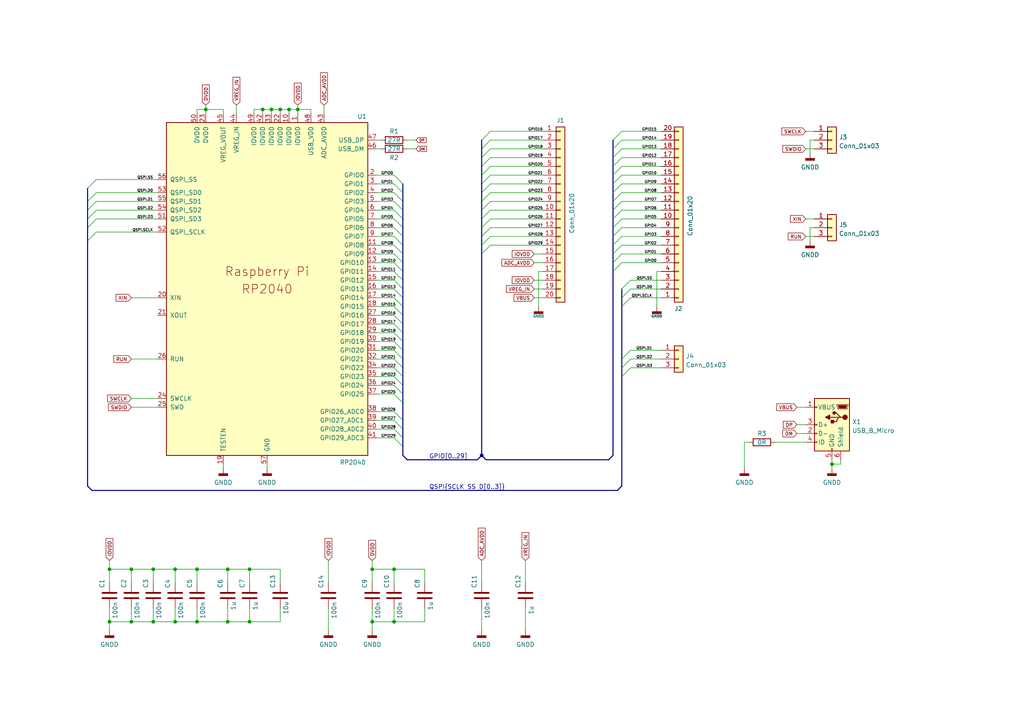
<source format=kicad_sch>
(kicad_sch (version 20230121) (generator eeschema)
  (paper "A4")
  (lib_symbols
    (symbol "Connector:USB_B_Micro" (pin_names (offset 1.016))
      (property "Reference" "J" (at -5.08 11.43 0))
      (property "Value" "USB_B_Micro" (at -5.08 8.89 0))
      (symbol "USB_B_Micro_0_1"
        (rectangle (start -5.08 -7.62) (end 5.08 7.62) (stroke (width 0.254)) (fill (type background)))
        (circle (center -3.81 2.159) (radius 0.635) (stroke (width 0.254)) (fill (type outline)))
        (circle (center -0.635 3.429) (radius 0.381) (stroke (width 0.254)) (fill (type outline)))
        (rectangle (start -0.127 -7.62) (end 0.127 -6.858))
        (polyline (pts (xy -1.905 2.159) (xy 0.635 2.159)) (stroke (width 0.254)))
        (polyline (pts (xy -3.175 2.159) (xy -2.54 2.159) (xy -1.27 3.429) (xy -0.635 3.429)) (stroke (width 0.254)))
        (polyline (pts (xy -2.54 2.159) (xy -1.905 2.159) (xy -1.27 0.889) (xy 0 0.889)) (stroke (width 0.254)))
        (polyline (pts (xy 0.635 2.794) (xy 0.635 1.524) (xy 1.905 2.159) (xy 0.635 2.794)) (stroke (width 0.254)) (fill (type outline)))
        (polyline (pts (xy -4.318 5.588) (xy -1.778 5.588) (xy -2.032 4.826) (xy -4.064 4.826) (xy -4.318 5.588)) (fill (type outline)))
        (polyline (pts (xy -4.699 5.842) (xy -4.699 5.588) (xy -4.445 4.826) (xy -4.445 4.572) (xy -1.651 4.572) (xy -1.651 4.826) (xy -1.397 5.588) (xy -1.397 5.842) (xy -4.699 5.842)))
        (rectangle (start 0.254 1.27) (end -0.508 0.508) (stroke (width 0.254)) (fill (type outline)))
        (rectangle (start 5.08 -5.207) (end 4.318 -4.953))
        (rectangle (start 5.08 -2.667) (end 4.318 -2.413))
        (rectangle (start 5.08 -0.127) (end 4.318 0.127))
        (rectangle (start 5.08 4.953) (end 4.318 5.207))
      )
      (symbol "USB_B_Micro_1_1"
        (pin power_out line (at 7.62 5.08 180) (length 2.54) (name "VBUS") (number "1"))
        (pin bidirectional line (at 7.62 -2.54 180) (length 2.54) (name "D-") (number "2"))
        (pin bidirectional line (at 7.62 0 180) (length 2.54) (name "D+") (number "3"))
        (pin passive line (at 7.62 -5.08 180) (length 2.54) (name "ID") (number "4"))
        (pin power_out line (at 0 -10.16 90) (length 2.54) (name "GND") (number "5"))
        (pin passive line (at -2.54 -10.16 90) (length 2.54) (name "Shield") (number "6"))
      )
    )
    (symbol "Connector_Generic:Conn_01x03" (pin_names (offset 1.016) hide)
      (property "Reference" "J" (at 0 5.08 0))
      (property "Value" "Conn_01x03" (at 0 -5.08 0))
      (symbol "Conn_01x03_1_1"
        (rectangle (start -1.27 -2.413) (end 0 -2.667) (stroke (width 0.1524)))
        (rectangle (start -1.27 0.127) (end 0 -0.127) (stroke (width 0.1524)))
        (rectangle (start -1.27 2.667) (end 0 2.413) (stroke (width 0.1524)))
        (rectangle (start -1.27 3.81) (end 1.27 -3.81) (stroke (width 0.254)) (fill (type background)))
        (pin passive line (at -5.08 2.54 0) (length 3.81) (name "Pin_1") (number "1"))
        (pin passive line (at -5.08 0 0) (length 3.81) (name "Pin_2") (number "2"))
        (pin passive line (at -5.08 -2.54 0) (length 3.81) (name "Pin_3") (number "3"))
      )
    )
    (symbol "Connector_Generic:Conn_01x20" (pin_names (offset 1.016) hide)
      (property "Reference" "J" (at 0 25.4 0))
      (property "Value" "Conn_01x20" (at 0 -27.94 0))
      (symbol "Conn_01x20_1_1"
        (rectangle (start -1.27 -25.273) (end 0 -25.527) (stroke (width 0.1524)))
        (rectangle (start -1.27 -22.733) (end 0 -22.987) (stroke (width 0.1524)))
        (rectangle (start -1.27 -20.193) (end 0 -20.447) (stroke (width 0.1524)))
        (rectangle (start -1.27 -17.653) (end 0 -17.907) (stroke (width 0.1524)))
        (rectangle (start -1.27 -15.113) (end 0 -15.367) (stroke (width 0.1524)))
        (rectangle (start -1.27 -12.573) (end 0 -12.827) (stroke (width 0.1524)))
        (rectangle (start -1.27 -10.033) (end 0 -10.287) (stroke (width 0.1524)))
        (rectangle (start -1.27 -7.493) (end 0 -7.747) (stroke (width 0.1524)))
        (rectangle (start -1.27 -4.953) (end 0 -5.207) (stroke (width 0.1524)))
        (rectangle (start -1.27 -2.413) (end 0 -2.667) (stroke (width 0.1524)))
        (rectangle (start -1.27 0.127) (end 0 -0.127) (stroke (width 0.1524)))
        (rectangle (start -1.27 2.667) (end 0 2.413) (stroke (width 0.1524)))
        (rectangle (start -1.27 5.207) (end 0 4.953) (stroke (width 0.1524)))
        (rectangle (start -1.27 7.747) (end 0 7.493) (stroke (width 0.1524)))
        (rectangle (start -1.27 10.287) (end 0 10.033) (stroke (width 0.1524)))
        (rectangle (start -1.27 12.827) (end 0 12.573) (stroke (width 0.1524)))
        (rectangle (start -1.27 15.367) (end 0 15.113) (stroke (width 0.1524)))
        (rectangle (start -1.27 17.907) (end 0 17.653) (stroke (width 0.1524)))
        (rectangle (start -1.27 20.447) (end 0 20.193) (stroke (width 0.1524)))
        (rectangle (start -1.27 22.987) (end 0 22.733) (stroke (width 0.1524)))
        (rectangle (start -1.27 24.13) (end 1.27 -26.67) (stroke (width 0.254)) (fill (type background)))
        (pin passive line (at -5.08 22.86 0) (length 3.81) (name "Pin_1") (number "1"))
        (pin passive line (at -5.08 0 0) (length 3.81) (name "Pin_10") (number "10"))
        (pin passive line (at -5.08 -2.54 0) (length 3.81) (name "Pin_11") (number "11"))
        (pin passive line (at -5.08 -5.08 0) (length 3.81) (name "Pin_12") (number "12"))
        (pin passive line (at -5.08 -7.62 0) (length 3.81) (name "Pin_13") (number "13"))
        (pin passive line (at -5.08 -10.16 0) (length 3.81) (name "Pin_14") (number "14"))
        (pin passive line (at -5.08 -12.7 0) (length 3.81) (name "Pin_15") (number "15"))
        (pin passive line (at -5.08 -15.24 0) (length 3.81) (name "Pin_16") (number "16"))
        (pin passive line (at -5.08 -17.78 0) (length 3.81) (name "Pin_17") (number "17"))
        (pin passive line (at -5.08 -20.32 0) (length 3.81) (name "Pin_18") (number "18"))
        (pin passive line (at -5.08 -22.86 0) (length 3.81) (name "Pin_19") (number "19"))
        (pin passive line (at -5.08 20.32 0) (length 3.81) (name "Pin_2") (number "2"))
        (pin passive line (at -5.08 -25.4 0) (length 3.81) (name "Pin_20") (number "20"))
        (pin passive line (at -5.08 17.78 0) (length 3.81) (name "Pin_3") (number "3"))
        (pin passive line (at -5.08 15.24 0) (length 3.81) (name "Pin_4") (number "4"))
        (pin passive line (at -5.08 12.7 0) (length 3.81) (name "Pin_5") (number "5"))
        (pin passive line (at -5.08 10.16 0) (length 3.81) (name "Pin_6") (number "6"))
        (pin passive line (at -5.08 7.62 0) (length 3.81) (name "Pin_7") (number "7"))
        (pin passive line (at -5.08 5.08 0) (length 3.81) (name "Pin_8") (number "8"))
        (pin passive line (at -5.08 2.54 0) (length 3.81) (name "Pin_9") (number "9"))
      )
    )
    (symbol "Device:C" (pin_numbers hide) (pin_names (offset 0.254))
      (property "Reference" "C" (at 0.635 2.54 0))
      (property "Value" "C" (at 0.635 -2.54 0))
      (symbol "C_0_1"
        (polyline (pts (xy -2.032 -0.762) (xy 2.032 -0.762)) (stroke (width 0.508)))
        (polyline (pts (xy -2.032 0.762) (xy 2.032 0.762)) (stroke (width 0.508)))
      )
      (symbol "C_1_1"
        (pin passive line (at 0 3.81 270) (length 2.794) (name "~") (number "1"))
        (pin passive line (at 0 -3.81 90) (length 2.794) (name "~") (number "2"))
      )
    )
    (symbol "Device:R" (pin_numbers hide) (pin_names (offset 0))
      (property "Reference" "R" (at 2.032 0 90))
      (property "Value" "R" (at 0 0 90))
      (symbol "R_0_1"
        (rectangle (start -1.016 -2.54) (end 1.016 2.54) (stroke (width 0.254)))
      )
      (symbol "R_1_1"
        (pin passive line (at 0 3.81 270) (length 1.27) (name "~") (number "1"))
        (pin passive line (at 0 -3.81 90) (length 1.27) (name "~") (number "2"))
      )
    )
    (symbol "MCU_RaspberryPi_and_Boards:RP2040" (pin_names (offset 1.016))
      (property "Reference" "U" (at -29.21 49.53 0))
      (property "Value" "RP2040" (at 24.13 -49.53 0))
      (symbol "RP2040_0_0"
        (text "Raspberry Pi" (at 0 5.08 0) (effects (font (size 2.54 2.54))))
        (text "RP2040" (at 0 0 0) (effects (font (size 2.54 2.54))))
      )
      (symbol "RP2040_0_1"
        (rectangle (start 29.21 48.26) (end -29.21 -48.26) (stroke (width 0.254)) (fill (type background)))
      )
      (symbol "RP2040_1_1"
        (pin power_in line (at 8.89 50.8 270) (length 2.54) (name "IOVDD") (number "1"))
        (pin power_in line (at 6.35 50.8 270) (length 2.54) (name "IOVDD") (number "10"))
        (pin bidirectional line (at 31.75 12.7 180) (length 2.54) (name "GPIO8") (number "11"))
        (pin bidirectional line (at 31.75 10.16 180) (length 2.54) (name "GPIO9") (number "12"))
        (pin bidirectional line (at 31.75 7.62 180) (length 2.54) (name "GPIO10") (number "13"))
        (pin bidirectional line (at 31.75 5.08 180) (length 2.54) (name "GPIO11") (number "14"))
        (pin bidirectional line (at 31.75 2.54 180) (length 2.54) (name "GPIO12") (number "15"))
        (pin bidirectional line (at 31.75 0 180) (length 2.54) (name "GPIO13") (number "16"))
        (pin bidirectional line (at 31.75 -2.54 180) (length 2.54) (name "GPIO14") (number "17"))
        (pin bidirectional line (at 31.75 -5.08 180) (length 2.54) (name "GPIO15") (number "18"))
        (pin passive line (at -12.7 -50.8 90) (length 2.54) (name "TESTEN") (number "19"))
        (pin bidirectional line (at 31.75 33.02 180) (length 2.54) (name "GPIO0") (number "2"))
        (pin input line (at -31.75 -2.54 0) (length 2.54) (name "XIN") (number "20"))
        (pin passive line (at -31.75 -7.62 0) (length 2.54) (name "XOUT") (number "21"))
        (pin power_in line (at 3.81 50.8 270) (length 2.54) (name "IOVDD") (number "22"))
        (pin power_in line (at -17.78 50.8 270) (length 2.54) (name "DVDD") (number "23"))
        (pin output line (at -31.75 -31.75 0) (length 2.54) (name "SWCLK") (number "24"))
        (pin bidirectional line (at -31.75 -34.29 0) (length 2.54) (name "SWD") (number "25"))
        (pin input line (at -31.75 -20.32 0) (length 2.54) (name "RUN") (number "26"))
        (pin bidirectional line (at 31.75 -7.62 180) (length 2.54) (name "GPIO16") (number "27"))
        (pin bidirectional line (at 31.75 -10.16 180) (length 2.54) (name "GPIO17") (number "28"))
        (pin bidirectional line (at 31.75 -12.7 180) (length 2.54) (name "GPIO18") (number "29"))
        (pin bidirectional line (at 31.75 30.48 180) (length 2.54) (name "GPIO1") (number "3"))
        (pin bidirectional line (at 31.75 -15.24 180) (length 2.54) (name "GPIO19") (number "30"))
        (pin bidirectional line (at 31.75 -17.78 180) (length 2.54) (name "GPIO20") (number "31"))
        (pin bidirectional line (at 31.75 -20.32 180) (length 2.54) (name "GPIO21") (number "32"))
        (pin power_in line (at 1.27 50.8 270) (length 2.54) (name "IOVDD") (number "33"))
        (pin bidirectional line (at 31.75 -22.86 180) (length 2.54) (name "GPIO22") (number "34"))
        (pin bidirectional line (at 31.75 -25.4 180) (length 2.54) (name "GPIO23") (number "35"))
        (pin bidirectional line (at 31.75 -27.94 180) (length 2.54) (name "GPIO24") (number "36"))
        (pin bidirectional line (at 31.75 -30.48 180) (length 2.54) (name "GPIO25") (number "37"))
        (pin bidirectional line (at 31.75 -35.56 180) (length 2.54) (name "GPIO26_ADC0") (number "38"))
        (pin bidirectional line (at 31.75 -38.1 180) (length 2.54) (name "GPIO27_ADC1") (number "39"))
        (pin bidirectional line (at 31.75 27.94 180) (length 2.54) (name "GPIO2") (number "4"))
        (pin bidirectional line (at 31.75 -40.64 180) (length 2.54) (name "GPIO28_ADC2") (number "40"))
        (pin bidirectional line (at 31.75 -43.18 180) (length 2.54) (name "GPIO29_ADC3") (number "41"))
        (pin power_in line (at -1.27 50.8 270) (length 2.54) (name "IOVDD") (number "42"))
        (pin power_in line (at 16.51 50.8 270) (length 2.54) (name "ADC_AVDD") (number "43"))
        (pin power_in line (at -8.89 50.8 270) (length 2.54) (name "VREG_IN") (number "44"))
        (pin power_out line (at -12.7 50.8 270) (length 2.54) (name "VREG_VOUT") (number "45"))
        (pin bidirectional line (at 31.75 40.64 180) (length 2.54) (name "USB_DM") (number "46"))
        (pin bidirectional line (at 31.75 43.18 180) (length 2.54) (name "USB_DP") (number "47"))
        (pin power_in line (at 12.7 50.8 270) (length 2.54) (name "USB_VDD") (number "48"))
        (pin power_in line (at -3.81 50.8 270) (length 2.54) (name "IOVDD") (number "49"))
        (pin bidirectional line (at 31.75 25.4 180) (length 2.54) (name "GPIO3") (number "5"))
        (pin power_in line (at -20.32 50.8 270) (length 2.54) (name "DVDD") (number "50"))
        (pin bidirectional line (at -31.75 20.32 0) (length 2.54) (name "QSPI_SD3") (number "51"))
        (pin output line (at -31.75 16.51 0) (length 2.54) (name "QSPI_SCLK") (number "52"))
        (pin bidirectional line (at -31.75 27.94 0) (length 2.54) (name "QSPI_SD0") (number "53"))
        (pin bidirectional line (at -31.75 22.86 0) (length 2.54) (name "QSPI_SD2") (number "54"))
        (pin bidirectional line (at -31.75 25.4 0) (length 2.54) (name "QSPI_SD1") (number "55"))
        (pin bidirectional line (at -31.75 31.75 0) (length 2.54) (name "QSPI_SS") (number "56"))
        (pin power_in line (at 0 -50.8 90) (length 2.54) (name "GND") (number "57"))
        (pin bidirectional line (at 31.75 22.86 180) (length 2.54) (name "GPIO4") (number "6"))
        (pin bidirectional line (at 31.75 20.32 180) (length 2.54) (name "GPIO5") (number "7"))
        (pin bidirectional line (at 31.75 17.78 180) (length 2.54) (name "GPIO6") (number "8"))
        (pin bidirectional line (at 31.75 15.24 180) (length 2.54) (name "GPIO7") (number "9"))
      )
    )
    (symbol "power:GNDD" (power) (pin_names (offset 0))
      (property "Value" "GNDD" (at 0 -3.175 0))
      (symbol "GNDD_0_1"
        (rectangle (start -1.27 -1.524) (end 1.27 -2.032) (stroke (width 0.254)) (fill (type outline)))
        (polyline (pts (xy 0 0) (xy 0 -1.524)))
      )
      (symbol "GNDD_1_1"
        (pin power_in line (at 0 0 270) (length 0) hide (name "GNDD") (number "1"))
      )
    )
  )
  (junction (at 50.8 165.1))
  (junction (at 81.28 31.75))
  (junction (at 59.69 31.75))
  (junction (at 107.95 180.34))
  (junction (at 107.95 165.1))
  (junction (at 114.3 180.34))
  (junction (at 57.15 180.34))
  (junction (at 114.3 165.1))
  (junction (at 38.1 165.1))
  (junction (at 66.04 180.34))
  (junction (at 86.36 31.75))
  (junction (at 72.39 165.1))
  (junction (at 76.2 31.75))
  (junction (at 57.15 165.1))
  (junction (at 66.04 165.1))
  (junction (at 139.7 132.08))
  (junction (at 44.45 180.34))
  (junction (at 83.82 31.75))
  (junction (at 44.45 165.1))
  (junction (at 38.1 180.34))
  (junction (at 31.75 165.1))
  (junction (at 241.3 134.62))
  (junction (at 50.8 180.34))
  (junction (at 72.39 180.34))
  (junction (at 31.75 180.34))
  (junction (at 78.74 31.75))
  (bus_entry (at 180.34 88.9) (size 2.54 -2.54))
  (bus_entry (at 177.8 78.74) (size 2.54 -2.54))
  (bus_entry (at 25.4 63.5) (size 2.54 -2.54))
  (bus_entry (at 116.84 129.54) (size -2.54 -2.54))
  (bus_entry (at 116.84 68.58) (size -2.54 -2.54))
  (bus_entry (at 116.84 127) (size -2.54 -2.54))
  (bus_entry (at 116.84 86.36) (size -2.54 -2.54))
  (bus_entry (at 25.4 58.42) (size 2.54 -2.54))
  (bus_entry (at 116.84 63.5) (size -2.54 -2.54))
  (bus_entry (at 116.84 111.76) (size -2.54 -2.54))
  (bus_entry (at 116.84 116.84) (size -2.54 -2.54))
  (bus_entry (at 116.84 83.82) (size -2.54 -2.54))
  (bus_entry (at 139.7 53.34) (size 2.54 -2.54))
  (bus_entry (at 116.84 106.68) (size -2.54 -2.54))
  (bus_entry (at 177.8 68.58) (size 2.54 -2.54))
  (bus_entry (at 139.7 71.12) (size 2.54 -2.54))
  (bus_entry (at 25.4 60.96) (size 2.54 -2.54))
  (bus_entry (at 139.7 73.66) (size 2.54 -2.54))
  (bus_entry (at 180.34 83.82) (size 2.54 -2.54))
  (bus_entry (at 116.84 53.34) (size -2.54 -2.54))
  (bus_entry (at 177.8 43.18) (size 2.54 -2.54))
  (bus_entry (at 116.84 66.04) (size -2.54 -2.54))
  (bus_entry (at 177.8 60.96) (size 2.54 -2.54))
  (bus_entry (at 180.34 104.14) (size 2.54 -2.54))
  (bus_entry (at 139.7 43.18) (size 2.54 -2.54))
  (bus_entry (at 139.7 40.64) (size 2.54 -2.54))
  (bus_entry (at 116.84 101.6) (size -2.54 -2.54))
  (bus_entry (at 180.34 106.68) (size 2.54 -2.54))
  (bus_entry (at 180.34 86.36) (size 2.54 -2.54))
  (bus_entry (at 116.84 114.3) (size -2.54 -2.54))
  (bus_entry (at 139.7 60.96) (size 2.54 -2.54))
  (bus_entry (at 116.84 71.12) (size -2.54 -2.54))
  (bus_entry (at 177.8 45.72) (size 2.54 -2.54))
  (bus_entry (at 177.8 71.12) (size 2.54 -2.54))
  (bus_entry (at 177.8 76.2) (size 2.54 -2.54))
  (bus_entry (at 116.84 91.44) (size -2.54 -2.54))
  (bus_entry (at 25.4 69.85) (size 2.54 -2.54))
  (bus_entry (at 177.8 73.66) (size 2.54 -2.54))
  (bus_entry (at 116.84 99.06) (size -2.54 -2.54))
  (bus_entry (at 116.84 93.98) (size -2.54 -2.54))
  (bus_entry (at 116.84 124.46) (size -2.54 -2.54))
  (bus_entry (at 177.8 66.04) (size 2.54 -2.54))
  (bus_entry (at 116.84 60.96) (size -2.54 -2.54))
  (bus_entry (at 116.84 104.14) (size -2.54 -2.54))
  (bus_entry (at 116.84 96.52) (size -2.54 -2.54))
  (bus_entry (at 139.7 68.58) (size 2.54 -2.54))
  (bus_entry (at 139.7 50.8) (size 2.54 -2.54))
  (bus_entry (at 116.84 109.22) (size -2.54 -2.54))
  (bus_entry (at 177.8 50.8) (size 2.54 -2.54))
  (bus_entry (at 116.84 81.28) (size -2.54 -2.54))
  (bus_entry (at 139.7 45.72) (size 2.54 -2.54))
  (bus_entry (at 116.84 73.66) (size -2.54 -2.54))
  (bus_entry (at 25.4 66.04) (size 2.54 -2.54))
  (bus_entry (at 116.84 88.9) (size -2.54 -2.54))
  (bus_entry (at 139.7 55.88) (size 2.54 -2.54))
  (bus_entry (at 116.84 78.74) (size -2.54 -2.54))
  (bus_entry (at 116.84 58.42) (size -2.54 -2.54))
  (bus_entry (at 177.8 40.64) (size 2.54 -2.54))
  (bus_entry (at 139.7 48.26) (size 2.54 -2.54))
  (bus_entry (at 116.84 55.88) (size -2.54 -2.54))
  (bus_entry (at 177.8 53.34) (size 2.54 -2.54))
  (bus_entry (at 139.7 63.5) (size 2.54 -2.54))
  (bus_entry (at 116.84 76.2) (size -2.54 -2.54))
  (bus_entry (at 177.8 55.88) (size 2.54 -2.54))
  (bus_entry (at 139.7 58.42) (size 2.54 -2.54))
  (bus_entry (at 177.8 63.5) (size 2.54 -2.54))
  (bus_entry (at 180.34 109.22) (size 2.54 -2.54))
  (bus_entry (at 139.7 66.04) (size 2.54 -2.54))
  (bus_entry (at 25.4 54.61) (size 2.54 -2.54))
  (bus_entry (at 177.8 48.26) (size 2.54 -2.54))
  (bus_entry (at 177.8 58.42) (size 2.54 -2.54))
  (bus_entry (at 116.84 121.92) (size -2.54 -2.54))
  (bus (pts (xy 177.8 78.74) (xy 177.8 132.08)))
  (wire (pts (xy 142.24 60.96) (xy 157.48 60.96)))
  (wire (pts (xy 57.15 165.1) (xy 66.04 165.1)))
  (wire (pts (xy 180.34 68.58) (xy 191.77 68.58)))
  (bus (pts (xy 116.84 86.36) (xy 116.84 88.9)))
  (bus (pts (xy 116.84 121.92) (xy 116.84 124.46)))
  (bus (pts (xy 116.84 78.74) (xy 116.84 81.28)))
  (wire (pts (xy 114.3 66.04) (xy 109.22 66.04)))
  (bus (pts (xy 179.07 142.24) (xy 180.34 140.97)))
  (bus (pts (xy 116.84 93.98) (xy 116.84 96.52)))
  (wire (pts (xy 114.3 86.36) (xy 109.22 86.36)))
  (wire (pts (xy 72.39 180.34) (xy 81.28 180.34)))
  (wire (pts (xy 114.3 58.42) (xy 109.22 58.42)))
  (bus (pts (xy 139.7 53.34) (xy 139.7 55.88)))
  (bus (pts (xy 116.84 58.42) (xy 116.84 60.96)))
  (wire (pts (xy 107.95 176.53) (xy 107.95 180.34)))
  (bus (pts (xy 139.7 50.8) (xy 139.7 53.34)))
  (bus (pts (xy 116.84 71.12) (xy 116.84 73.66)))
  (wire (pts (xy 180.34 50.8) (xy 191.77 50.8)))
  (wire (pts (xy 114.3 91.44) (xy 109.22 91.44)))
  (wire (pts (xy 107.95 180.34) (xy 107.95 182.88)))
  (wire (pts (xy 180.34 71.12) (xy 191.77 71.12)))
  (bus (pts (xy 139.7 73.66) (xy 139.7 132.08)))
  (wire (pts (xy 234.95 40.64) (xy 234.95 44.45)))
  (wire (pts (xy 142.24 48.26) (xy 157.48 48.26)))
  (wire (pts (xy 180.34 48.26) (xy 191.77 48.26)))
  (wire (pts (xy 154.94 81.28) (xy 157.48 81.28)))
  (wire (pts (xy 234.95 66.04) (xy 234.95 69.85)))
  (wire (pts (xy 114.3 121.92) (xy 109.22 121.92)))
  (wire (pts (xy 114.3 83.82) (xy 109.22 83.82)))
  (wire (pts (xy 114.3 106.68) (xy 109.22 106.68)))
  (wire (pts (xy 154.94 86.36) (xy 157.48 86.36)))
  (wire (pts (xy 107.95 168.91) (xy 107.95 165.1)))
  (wire (pts (xy 180.34 60.96) (xy 191.77 60.96)))
  (bus (pts (xy 177.8 45.72) (xy 177.8 48.26)))
  (wire (pts (xy 73.66 33.02) (xy 73.66 31.75)))
  (bus (pts (xy 180.34 140.97) (xy 180.34 109.22)))
  (bus (pts (xy 116.84 63.5) (xy 116.84 66.04)))
  (wire (pts (xy 180.34 55.88) (xy 191.77 55.88)))
  (bus (pts (xy 180.34 86.36) (xy 180.34 83.82)))
  (wire (pts (xy 114.3 124.46) (xy 109.22 124.46)))
  (wire (pts (xy 114.3 71.12) (xy 109.22 71.12)))
  (wire (pts (xy 57.15 33.02) (xy 57.15 31.75)))
  (bus (pts (xy 116.84 109.22) (xy 116.84 111.76)))
  (wire (pts (xy 31.75 168.91) (xy 31.75 165.1)))
  (wire (pts (xy 123.19 180.34) (xy 123.19 176.53)))
  (wire (pts (xy 81.28 31.75) (xy 81.28 33.02)))
  (wire (pts (xy 72.39 165.1) (xy 81.28 165.1)))
  (wire (pts (xy 236.22 40.64) (xy 234.95 40.64)))
  (wire (pts (xy 156.21 78.74) (xy 157.48 78.74)))
  (bus (pts (xy 180.34 104.14) (xy 180.34 88.9)))
  (wire (pts (xy 38.1 104.14) (xy 45.72 104.14)))
  (wire (pts (xy 182.88 86.36) (xy 191.77 86.36)))
  (wire (pts (xy 180.34 43.18) (xy 191.77 43.18)))
  (wire (pts (xy 27.94 67.31) (xy 45.72 67.31)))
  (wire (pts (xy 152.4 176.53) (xy 152.4 182.88)))
  (wire (pts (xy 38.1 118.11) (xy 45.72 118.11)))
  (wire (pts (xy 215.9 128.27) (xy 217.17 128.27)))
  (wire (pts (xy 114.3 127) (xy 109.22 127)))
  (bus (pts (xy 139.7 45.72) (xy 139.7 48.26)))
  (wire (pts (xy 50.8 165.1) (xy 50.8 168.91)))
  (bus (pts (xy 176.53 133.35) (xy 177.8 132.08)))
  (wire (pts (xy 182.88 101.6) (xy 191.77 101.6)))
  (wire (pts (xy 190.5 78.74) (xy 191.77 78.74)))
  (bus (pts (xy 139.7 132.08) (xy 140.97 133.35)))
  (wire (pts (xy 66.04 165.1) (xy 72.39 165.1)))
  (bus (pts (xy 116.84 60.96) (xy 116.84 63.5)))
  (bus (pts (xy 25.4 66.04) (xy 25.4 69.85)))
  (wire (pts (xy 44.45 180.34) (xy 50.8 180.34)))
  (wire (pts (xy 44.45 165.1) (xy 50.8 165.1)))
  (bus (pts (xy 116.84 129.54) (xy 116.84 132.08)))
  (wire (pts (xy 241.3 134.62) (xy 243.84 134.62)))
  (wire (pts (xy 114.3 119.38) (xy 109.22 119.38)))
  (wire (pts (xy 78.74 31.75) (xy 78.74 33.02)))
  (wire (pts (xy 142.24 43.18) (xy 157.48 43.18)))
  (wire (pts (xy 142.24 58.42) (xy 157.48 58.42)))
  (wire (pts (xy 114.3 81.28) (xy 109.22 81.28)))
  (wire (pts (xy 109.22 40.64) (xy 110.49 40.64)))
  (wire (pts (xy 233.68 43.18) (xy 236.22 43.18)))
  (wire (pts (xy 114.3 88.9) (xy 109.22 88.9)))
  (wire (pts (xy 64.77 31.75) (xy 64.77 33.02)))
  (wire (pts (xy 231.14 118.11) (xy 233.68 118.11)))
  (wire (pts (xy 241.3 134.62) (xy 241.3 135.89)))
  (bus (pts (xy 139.7 63.5) (xy 139.7 66.04)))
  (bus (pts (xy 139.7 68.58) (xy 139.7 71.12)))
  (wire (pts (xy 114.3 96.52) (xy 109.22 96.52)))
  (wire (pts (xy 114.3 60.96) (xy 109.22 60.96)))
  (wire (pts (xy 76.2 31.75) (xy 78.74 31.75)))
  (wire (pts (xy 38.1 180.34) (xy 44.45 180.34)))
  (bus (pts (xy 116.84 99.06) (xy 116.84 101.6)))
  (bus (pts (xy 177.8 43.18) (xy 177.8 45.72)))
  (wire (pts (xy 180.34 45.72) (xy 191.77 45.72)))
  (bus (pts (xy 180.34 88.9) (xy 180.34 86.36)))
  (wire (pts (xy 107.95 162.56) (xy 107.95 165.1)))
  (wire (pts (xy 114.3 50.8) (xy 109.22 50.8)))
  (wire (pts (xy 154.94 76.2) (xy 157.48 76.2)))
  (wire (pts (xy 180.34 53.34) (xy 191.77 53.34)))
  (wire (pts (xy 233.68 38.1) (xy 236.22 38.1)))
  (wire (pts (xy 114.3 93.98) (xy 109.22 93.98)))
  (wire (pts (xy 215.9 135.89) (xy 215.9 128.27)))
  (wire (pts (xy 156.21 78.74) (xy 156.21 88.9)))
  (bus (pts (xy 177.8 53.34) (xy 177.8 55.88)))
  (wire (pts (xy 233.68 63.5) (xy 236.22 63.5)))
  (wire (pts (xy 31.75 180.34) (xy 38.1 180.34)))
  (bus (pts (xy 116.84 81.28) (xy 116.84 83.82)))
  (wire (pts (xy 182.88 104.14) (xy 191.77 104.14)))
  (bus (pts (xy 116.84 127) (xy 116.84 129.54)))
  (wire (pts (xy 50.8 165.1) (xy 57.15 165.1)))
  (wire (pts (xy 182.88 106.68) (xy 191.77 106.68)))
  (bus (pts (xy 25.4 58.42) (xy 25.4 60.96)))
  (bus (pts (xy 177.8 71.12) (xy 177.8 73.66)))
  (bus (pts (xy 177.8 63.5) (xy 177.8 66.04)))
  (wire (pts (xy 31.75 180.34) (xy 31.75 182.88)))
  (wire (pts (xy 86.36 31.75) (xy 86.36 33.02)))
  (wire (pts (xy 27.94 60.96) (xy 45.72 60.96)))
  (wire (pts (xy 182.88 83.82) (xy 191.77 83.82)))
  (bus (pts (xy 116.84 96.52) (xy 116.84 99.06)))
  (wire (pts (xy 95.25 162.56) (xy 95.25 168.91)))
  (wire (pts (xy 31.75 176.53) (xy 31.75 180.34)))
  (bus (pts (xy 116.84 132.08) (xy 118.11 133.35)))
  (wire (pts (xy 114.3 114.3) (xy 109.22 114.3)))
  (wire (pts (xy 27.94 58.42) (xy 45.72 58.42)))
  (wire (pts (xy 118.11 40.64) (xy 120.65 40.64)))
  (wire (pts (xy 59.69 31.75) (xy 64.77 31.75)))
  (wire (pts (xy 180.34 38.1) (xy 191.77 38.1)))
  (wire (pts (xy 114.3 165.1) (xy 123.19 165.1)))
  (wire (pts (xy 236.22 66.04) (xy 234.95 66.04)))
  (bus (pts (xy 177.8 58.42) (xy 177.8 60.96)))
  (bus (pts (xy 25.4 63.5) (xy 25.4 66.04)))
  (wire (pts (xy 142.24 50.8) (xy 157.48 50.8)))
  (wire (pts (xy 241.3 133.35) (xy 241.3 134.62)))
  (wire (pts (xy 224.79 128.27) (xy 233.68 128.27)))
  (wire (pts (xy 114.3 165.1) (xy 114.3 168.91)))
  (wire (pts (xy 66.04 180.34) (xy 66.04 176.53)))
  (wire (pts (xy 72.39 165.1) (xy 72.39 168.91)))
  (wire (pts (xy 233.68 68.58) (xy 236.22 68.58)))
  (wire (pts (xy 114.3 76.2) (xy 109.22 76.2)))
  (wire (pts (xy 68.58 30.48) (xy 68.58 33.02)))
  (bus (pts (xy 25.4 60.96) (xy 25.4 63.5)))
  (wire (pts (xy 64.77 134.62) (xy 64.77 135.89)))
  (wire (pts (xy 107.95 180.34) (xy 114.3 180.34)))
  (bus (pts (xy 116.84 104.14) (xy 116.84 106.68)))
  (wire (pts (xy 123.19 165.1) (xy 123.19 168.91)))
  (wire (pts (xy 142.24 53.34) (xy 157.48 53.34)))
  (wire (pts (xy 31.75 162.56) (xy 31.75 165.1)))
  (wire (pts (xy 142.24 40.64) (xy 157.48 40.64)))
  (bus (pts (xy 116.84 116.84) (xy 116.84 121.92)))
  (wire (pts (xy 57.15 31.75) (xy 59.69 31.75)))
  (wire (pts (xy 66.04 165.1) (xy 66.04 168.91)))
  (wire (pts (xy 154.94 83.82) (xy 157.48 83.82)))
  (wire (pts (xy 109.22 43.18) (xy 110.49 43.18)))
  (bus (pts (xy 25.4 69.85) (xy 25.4 140.97)))
  (wire (pts (xy 83.82 31.75) (xy 83.82 33.02)))
  (bus (pts (xy 116.84 91.44) (xy 116.84 93.98)))
  (wire (pts (xy 72.39 180.34) (xy 72.39 176.53)))
  (wire (pts (xy 57.15 180.34) (xy 66.04 180.34)))
  (bus (pts (xy 116.84 106.68) (xy 116.84 109.22)))
  (wire (pts (xy 142.24 68.58) (xy 157.48 68.58)))
  (wire (pts (xy 182.88 81.28) (xy 191.77 81.28)))
  (bus (pts (xy 139.7 71.12) (xy 139.7 73.66)))
  (wire (pts (xy 142.24 55.88) (xy 157.48 55.88)))
  (bus (pts (xy 177.8 66.04) (xy 177.8 68.58)))
  (bus (pts (xy 177.8 40.64) (xy 177.8 43.18)))
  (wire (pts (xy 114.3 111.76) (xy 109.22 111.76)))
  (bus (pts (xy 139.7 48.26) (xy 139.7 50.8)))
  (wire (pts (xy 114.3 101.6) (xy 109.22 101.6)))
  (bus (pts (xy 25.4 54.61) (xy 25.4 58.42)))
  (bus (pts (xy 116.84 83.82) (xy 116.84 86.36)))
  (wire (pts (xy 114.3 180.34) (xy 114.3 176.53)))
  (bus (pts (xy 139.7 66.04) (xy 139.7 68.58)))
  (wire (pts (xy 114.3 78.74) (xy 109.22 78.74)))
  (wire (pts (xy 231.14 123.19) (xy 233.68 123.19)))
  (wire (pts (xy 93.98 30.48) (xy 93.98 33.02)))
  (wire (pts (xy 66.04 180.34) (xy 72.39 180.34)))
  (bus (pts (xy 180.34 109.22) (xy 180.34 106.68)))
  (wire (pts (xy 114.3 180.34) (xy 123.19 180.34)))
  (bus (pts (xy 177.8 50.8) (xy 177.8 53.34)))
  (bus (pts (xy 116.84 111.76) (xy 116.84 114.3)))
  (wire (pts (xy 142.24 66.04) (xy 157.48 66.04)))
  (wire (pts (xy 44.45 180.34) (xy 44.45 176.53)))
  (wire (pts (xy 38.1 180.34) (xy 38.1 176.53)))
  (wire (pts (xy 142.24 71.12) (xy 157.48 71.12)))
  (wire (pts (xy 190.5 88.9) (xy 190.5 78.74)))
  (wire (pts (xy 142.24 45.72) (xy 157.48 45.72)))
  (bus (pts (xy 177.8 76.2) (xy 177.8 78.74)))
  (wire (pts (xy 81.28 180.34) (xy 81.28 176.53)))
  (wire (pts (xy 31.75 165.1) (xy 38.1 165.1)))
  (wire (pts (xy 231.14 125.73) (xy 233.68 125.73)))
  (bus (pts (xy 139.7 43.18) (xy 139.7 45.72)))
  (wire (pts (xy 81.28 31.75) (xy 83.82 31.75)))
  (wire (pts (xy 180.34 73.66) (xy 191.77 73.66)))
  (wire (pts (xy 114.3 68.58) (xy 109.22 68.58)))
  (wire (pts (xy 38.1 86.36) (xy 45.72 86.36)))
  (wire (pts (xy 86.36 31.75) (xy 86.36 30.48)))
  (wire (pts (xy 57.15 165.1) (xy 57.15 168.91)))
  (wire (pts (xy 114.3 109.22) (xy 109.22 109.22)))
  (wire (pts (xy 107.95 165.1) (xy 114.3 165.1)))
  (bus (pts (xy 180.34 106.68) (xy 180.34 104.14)))
  (wire (pts (xy 38.1 115.57) (xy 45.72 115.57)))
  (wire (pts (xy 50.8 180.34) (xy 57.15 180.34)))
  (bus (pts (xy 116.84 101.6) (xy 116.84 104.14)))
  (wire (pts (xy 180.34 63.5) (xy 191.77 63.5)))
  (bus (pts (xy 177.8 60.96) (xy 177.8 63.5)))
  (wire (pts (xy 73.66 31.75) (xy 76.2 31.75)))
  (bus (pts (xy 138.43 133.35) (xy 139.7 132.08)))
  (bus (pts (xy 177.8 48.26) (xy 177.8 50.8)))
  (wire (pts (xy 180.34 76.2) (xy 191.77 76.2)))
  (bus (pts (xy 140.97 133.35) (xy 176.53 133.35)))
  (wire (pts (xy 59.69 31.75) (xy 59.69 30.48)))
  (bus (pts (xy 116.84 66.04) (xy 116.84 68.58)))
  (wire (pts (xy 77.47 134.62) (xy 77.47 135.89)))
  (wire (pts (xy 81.28 165.1) (xy 81.28 168.91)))
  (bus (pts (xy 139.7 58.42) (xy 139.7 60.96)))
  (bus (pts (xy 26.67 142.24) (xy 179.07 142.24)))
  (bus (pts (xy 25.4 140.97) (xy 26.67 142.24)))
  (bus (pts (xy 116.84 73.66) (xy 116.84 76.2)))
  (wire (pts (xy 59.69 31.75) (xy 59.69 33.02)))
  (wire (pts (xy 229.87 125.73) (xy 229.7379 125.73)))
  (wire (pts (xy 118.11 43.18) (xy 120.65 43.18)))
  (bus (pts (xy 139.7 55.88) (xy 139.7 58.42)))
  (bus (pts (xy 118.11 133.35) (xy 138.43 133.35)))
  (wire (pts (xy 180.34 58.42) (xy 191.77 58.42)))
  (bus (pts (xy 116.84 55.88) (xy 116.84 58.42)))
  (wire (pts (xy 180.34 66.04) (xy 191.77 66.04)))
  (wire (pts (xy 114.3 53.34) (xy 109.22 53.34)))
  (wire (pts (xy 38.1 165.1) (xy 38.1 168.91)))
  (bus (pts (xy 116.84 88.9) (xy 116.84 91.44)))
  (wire (pts (xy 50.8 180.34) (xy 50.8 176.53)))
  (bus (pts (xy 116.84 124.46) (xy 116.84 127)))
  (bus (pts (xy 177.8 68.58) (xy 177.8 71.12)))
  (wire (pts (xy 154.94 73.66) (xy 157.48 73.66)))
  (wire (pts (xy 44.45 165.1) (xy 44.45 168.91)))
  (wire (pts (xy 139.7 176.53) (xy 139.7 182.88)))
  (wire (pts (xy 114.3 63.5) (xy 109.22 63.5)))
  (wire (pts (xy 142.24 38.1) (xy 157.48 38.1)))
  (bus (pts (xy 116.84 53.34) (xy 116.84 55.88)))
  (wire (pts (xy 139.7 162.56) (xy 139.7 168.91)))
  (bus (pts (xy 177.8 55.88) (xy 177.8 58.42)))
  (bus (pts (xy 177.8 73.66) (xy 177.8 76.2)))
  (wire (pts (xy 114.3 99.06) (xy 109.22 99.06)))
  (wire (pts (xy 27.94 52.07) (xy 45.72 52.07)))
  (wire (pts (xy 27.94 55.88) (xy 45.72 55.88)))
  (wire (pts (xy 38.1 165.1) (xy 44.45 165.1)))
  (wire (pts (xy 78.74 31.75) (xy 81.28 31.75)))
  (wire (pts (xy 90.17 31.75) (xy 90.17 33.02)))
  (wire (pts (xy 83.82 31.75) (xy 86.36 31.75)))
  (bus (pts (xy 116.84 68.58) (xy 116.84 71.12)))
  (bus (pts (xy 116.84 76.2) (xy 116.84 78.74)))
  (wire (pts (xy 152.4 162.56) (xy 152.4 168.91)))
  (wire (pts (xy 27.94 63.5) (xy 45.72 63.5)))
  (bus (pts (xy 139.7 40.64) (xy 139.7 43.18)))
  (wire (pts (xy 95.25 176.53) (xy 95.25 182.88)))
  (wire (pts (xy 57.15 180.34) (xy 57.15 176.53)))
  (wire (pts (xy 142.24 63.5) (xy 157.48 63.5)))
  (wire (pts (xy 114.3 55.88) (xy 109.22 55.88)))
  (wire (pts (xy 243.84 134.62) (xy 243.84 133.35)))
  (bus (pts (xy 116.84 114.3) (xy 116.84 116.84)))
  (wire (pts (xy 114.3 104.14) (xy 109.22 104.14)))
  (wire (pts (xy 76.2 31.75) (xy 76.2 33.02)))
  (wire (pts (xy 86.36 31.75) (xy 90.17 31.75)))
  (bus (pts (xy 139.7 60.96) (xy 139.7 63.5)))
  (wire (pts (xy 180.34 40.64) (xy 191.77 40.64)))
  (wire (pts (xy 114.3 73.66) (xy 109.22 73.66)))
  (label "GPIO10" (at 190.5 50.8 0) (effects (font (size 0.762 0.762))))
  (label "GPIO29" (at 110.49 127 0) (effects (font (size 0.762 0.762))))
  (label "GPIO26" (at 157.48 63.5 0) (effects (font (size 0.762 0.762))))
  (label "GPIO12" (at 190.5 45.72 0) (effects (font (size 0.762 0.762))))
  (label "GPIO28" (at 157.48 68.58 0) (effects (font (size 0.762 0.762))))
  (label "GPIO2" (at 110.49 55.88 0) (effects (font (size 0.762 0.762))))
  (label "QSPI.D2" (at 44.45 60.96 0) (effects (font (size 0.762 0.762))))
  (label "GPIO6" (at 190.5 60.96 0) (effects (font (size 0.762 0.762))))
  (label "GPIO26" (at 110.49 119.38 0) (effects (font (size 0.762 0.762))))
  (label "GPIO24" (at 157.48 58.42 0) (effects (font (size 0.762 0.762))))
  (label "GPIO8" (at 110.49 71.12 0) (effects (font (size 0.762 0.762))))
  (label "GPIO4" (at 190.5 66.04 0) (effects (font (size 0.762 0.762))))
  (label "GPIO13" (at 110.49 83.82 0) (effects (font (size 0.762 0.762))))
  (label "GPIO18" (at 157.48 43.18 0) (effects (font (size 0.762 0.762))))
  (label "QSPI.SCLK" (at 44.45 67.31 0) (effects (font (size 0.762 0.762))))
  (label "QSPI.D2" (at 189.23 104.14 180) (effects (font (size 0.762 0.762))))
  (label "QSPI.D1" (at 44.45 58.42 0) (effects (font (size 0.762 0.762))))
  (label "QSPI.SS" (at 44.45 52.07 0) (effects (font (size 0.762 0.762))))
  (label "GPIO5" (at 190.5 63.5 0) (effects (font (size 0.762 0.762))))
  (label "QSPI.D0" (at 44.45 55.88 0) (effects (font (size 0.762 0.762))))
  (label "QSPI{SCLK SS D[0..3]}" (at 124.46 142.24 0))
  (label "GPIO21" (at 157.48 50.8 0) (effects (font (size 0.762 0.762))))
  (label "GPIO22" (at 157.48 53.34 0) (effects (font (size 0.762 0.762))))
  (label "GPIO27" (at 110.49 121.92 0) (effects (font (size 0.762 0.762))))
  (label "GPIO7" (at 190.5 58.42 0) (effects (font (size 0.762 0.762))))
  (label "GPIO25" (at 157.48 60.96 0) (effects (font (size 0.762 0.762))))
  (label "GPIO5" (at 110.49 63.5 0) (effects (font (size 0.762 0.762))))
  (label "GPIO20" (at 157.48 48.26 0) (effects (font (size 0.762 0.762))))
  (label "GPIO20" (at 110.49 101.6 0) (effects (font (size 0.762 0.762))))
  (label "GPIO6" (at 110.49 66.04 0) (effects (font (size 0.762 0.762))))
  (label "QSPI.D3" (at 189.23 106.68 180) (effects (font (size 0.762 0.762))))
  (label "GPIO14" (at 110.49 86.36 0) (effects (font (size 0.762 0.762))))
  (label "GPIO24" (at 110.49 111.76 0) (effects (font (size 0.762 0.762))))
  (label "GPIO23" (at 157.48 55.88 0) (effects (font (size 0.762 0.762))))
  (label "GPIO22" (at 110.49 106.68 0) (effects (font (size 0.762 0.762))))
  (label "GPIO19" (at 157.48 45.72 0) (effects (font (size 0.762 0.762))))
  (label "GPIO11" (at 110.49 78.74 0) (effects (font (size 0.762 0.762))))
  (label "GPIO12" (at 110.49 81.28 0) (effects (font (size 0.762 0.762))))
  (label "QSPI.SCLK" (at 189.23 86.36 0) (effects (font (size 0.762 0.762))))
  (label "GPIO1" (at 190.5 73.66 0) (effects (font (size 0.762 0.762))))
  (label "GPIO28" (at 110.49 124.46 0) (effects (font (size 0.762 0.762))))
  (label "GPIO0" (at 190.5 76.2 0) (effects (font (size 0.762 0.762))))
  (label "GPIO11" (at 190.5 48.26 0) (effects (font (size 0.762 0.762))))
  (label "GPIO21" (at 110.49 104.14 0) (effects (font (size 0.762 0.762))))
  (label "GPIO15" (at 110.49 88.9 0) (effects (font (size 0.762 0.762))))
  (label "GPIO2" (at 190.5 71.12 0) (effects (font (size 0.762 0.762))))
  (label "GPIO7" (at 110.49 68.58 0) (effects (font (size 0.762 0.762))))
  (label "GPIO[0..29]" (at 124.46 133.35 0))
  (label "GPIO3" (at 110.49 58.42 0) (effects (font (size 0.762 0.762))))
  (label "GPIO23" (at 110.49 109.22 0) (effects (font (size 0.762 0.762))))
  (label "GPIO18" (at 110.49 96.52 0) (effects (font (size 0.762 0.762))))
  (label "GPIO25" (at 110.49 114.3 0) (effects (font (size 0.762 0.762))))
  (label "GPIO9" (at 190.5 53.34 0) (effects (font (size 0.762 0.762))))
  (label "GPIO15" (at 190.5 38.1 0) (effects (font (size 0.762 0.762))))
  (label "GPIO16" (at 110.49 91.44 0) (effects (font (size 0.762 0.762))))
  (label "GPIO4" (at 110.49 60.96 0) (effects (font (size 0.762 0.762))))
  (label "GPIO13" (at 190.5 43.18 0) (effects (font (size 0.762 0.762))))
  (label "GPIO19" (at 110.49 99.06 0) (effects (font (size 0.762 0.762))))
  (label "GPIO1" (at 110.49 53.34 0) (effects (font (size 0.762 0.762))))
  (label "GPIO14" (at 190.5 40.64 0) (effects (font (size 0.762 0.762))))
  (label "GPIO9" (at 110.49 73.66 0) (effects (font (size 0.762 0.762))))
  (label "GPIO17" (at 157.48 40.64 0) (effects (font (size 0.762 0.762))))
  (label "QSPI.D3" (at 44.45 63.5 0) (effects (font (size 0.762 0.762))))
  (label "QSPI.D0" (at 189.23 83.82 0) (effects (font (size 0.762 0.762))))
  (label "QSPI.D1" (at 189.23 101.6 180) (effects (font (size 0.762 0.762))))
  (label "GPIO29" (at 157.48 71.12 0) (effects (font (size 0.762 0.762))))
  (label "GPIO10" (at 110.49 76.2 0) (effects (font (size 0.762 0.762))))
  (label "GPIO3" (at 190.5 68.58 0) (effects (font (size 0.762 0.762))))
  (label "QSPI.SS" (at 189.23 81.28 0) (effects (font (size 0.762 0.762))))
  (label "GPIO0" (at 110.49 50.8 0) (effects (font (size 0.762 0.762))))
  (label "GPIO8" (at 190.5 55.88 0) (effects (font (size 0.762 0.762))))
  (label "GPIO16" (at 157.48 38.1 0) (effects (font (size 0.762 0.762))))
  (label "GPIO27" (at 157.48 66.04 0) (effects (font (size 0.762 0.762))))
  (label "GPIO17" (at 110.49 93.98 0) (effects (font (size 0.762 0.762))))
  (global_label "IOVDD" (shape input) (at 31.75 162.56 90) (effects (font (size 1.016 1.016))) (property "Intersheetrefs" "${INTERSHEET_REFS}" (effects hide)))
  (global_label "ADC_AVDD" (shape input) (at 139.7 162.56 90) (effects (font (size 1.016 1.016))) (property "Intersheetrefs" "${INTERSHEET_REFS}" (effects hide)))
  (global_label "SWDIO" (shape input) (at 233.68 43.18 180) (effects (font (size 1.016 1.016))) (property "Intersheetrefs" "${INTERSHEET_REFS}" (effects hide)))
  (global_label "IOVDD" (shape input) (at 154.94 73.66 180) (effects (font (size 1.016 1.016))) (property "Intersheetrefs" "${INTERSHEET_REFS}" (effects hide)))
  (global_label "ADC_AVDD" (shape input) (at 154.94 76.2 180) (effects (font (size 1.016 1.016))) (property "Intersheetrefs" "${INTERSHEET_REFS}" (effects hide)))
  (global_label "RUN" (shape input) (at 233.68 68.58 180) (effects (font (size 1.016 1.016))) (property "Intersheetrefs" "${INTERSHEET_REFS}" (effects hide)))
  (global_label "VREG_IN" (shape input) (at 152.4 162.56 90) (effects (font (size 1.016 1.016))) (property "Intersheetrefs" "${INTERSHEET_REFS}" (effects hide)))
  (global_label "IOVDD" (shape input) (at 86.36 30.48 90) (effects (font (size 1.016 1.016))) (property "Intersheetrefs" "${INTERSHEET_REFS}" (effects hide)))
  (global_label "XIN" (shape input) (at 233.68 63.5 180) (effects (font (size 1.016 1.016))) (property "Intersheetrefs" "${INTERSHEET_REFS}" (effects hide)))
  (global_label "IOVDD" (shape input) (at 154.94 81.28 180) (effects (font (size 1.016 1.016))) (property "Intersheetrefs" "${INTERSHEET_REFS}" (effects hide)))
  (global_label "DP" (shape input) (at 231.14 123.19 180) (effects (font (size 1.016 1.016))) (property "Intersheetrefs" "${INTERSHEET_REFS}" (effects hide)))
  (global_label "DVDD" (shape input) (at 107.95 162.56 90) (effects (font (size 1.016 1.016))) (property "Intersheetrefs" "${INTERSHEET_REFS}" (effects hide)))
  (global_label "SWCLK" (shape input) (at 233.68 38.1 180) (effects (font (size 1.016 1.016))) (property "Intersheetrefs" "${INTERSHEET_REFS}" (effects hide)))
  (global_label "VREG_IN" (shape input) (at 68.58 30.48 90) (effects (font (size 1.016 1.016))) (property "Intersheetrefs" "${INTERSHEET_REFS}" (effects hide)))
  (global_label "DM" (shape input) (at 231.14 125.73 180) (effects (font (size 1.016 1.016))) (property "Intersheetrefs" "${INTERSHEET_REFS}" (effects hide)))
  (global_label "DVDD" (shape input) (at 59.69 30.48 90) (effects (font (size 1.016 1.016))) (property "Intersheetrefs" "${INTERSHEET_REFS}" (effects hide)))
  (global_label "DM" (shape input) (at 120.65 43.18 0) (effects (font (size 0.762 0.762))) (property "Intersheetrefs" "${INTERSHEET_REFS}" (effects hide)))
  (global_label "RUN" (shape input) (at 38.1 104.14 180) (effects (font (size 1.016 1.016))) (property "Intersheetrefs" "${INTERSHEET_REFS}" (effects hide)))
  (global_label "SWCLK" (shape input) (at 38.1 115.57 180) (effects (font (size 1.016 1.016))) (property "Intersheetrefs" "${INTERSHEET_REFS}" (effects hide)))
  (global_label "SWDIO" (shape input) (at 38.1 118.11 180) (effects (font (size 1.016 1.016))) (property "Intersheetrefs" "${INTERSHEET_REFS}" (effects hide)))
  (global_label "DP" (shape input) (at 120.65 40.64 0) (effects (font (size 0.762 0.762))) (property "Intersheetrefs" "${INTERSHEET_REFS}" (effects hide)))
  (global_label "ADC_AVDD" (shape input) (at 93.98 30.48 90) (effects (font (size 1.016 1.016))) (property "Intersheetrefs" "${INTERSHEET_REFS}" (effects hide)))
  (global_label "IOVDD" (shape input) (at 95.25 162.56 90) (effects (font (size 1.016 1.016))) (property "Intersheetrefs" "${INTERSHEET_REFS}" (effects hide)))
  (global_label "VBUS" (shape input) (at 154.94 86.36 180) (effects (font (size 1.016 1.016))) (property "Intersheetrefs" "${INTERSHEET_REFS}" (effects hide)))
  (global_label "XIN" (shape input) (at 38.1 86.36 180) (effects (font (size 1.016 1.016))) (property "Intersheetrefs" "${INTERSHEET_REFS}" (effects hide)))
  (global_label "VREG_IN" (shape input) (at 154.94 83.82 180) (effects (font (size 1.016 1.016))) (property "Intersheetrefs" "${INTERSHEET_REFS}" (effects hide)))
  (global_label "VBUS" (shape input) (at 231.14 118.11 180) (effects (font (size 1.016 1.016))) (property "Intersheetrefs" "${INTERSHEET_REFS}" (effects hide)))
  (symbol (lib_id "power:GNDD") (at 234.95 69.85 0) (unit 1)
    (property "Reference" "#PWR0106" (effects hide))
    (property "Value" "GNDD" (at 234.95 73.9124 0))
    (instances (project "AXIOM_Remote" (path "" (reference "#PWR0106") (unit 1)) (path "" (reference "#PWR0212") (unit 1))))
  )
  (symbol (lib_id "Device:C") (at 31.75 172.72 0) (unit 1)
    (property "Reference" "C1" (at 29.591 170.6153 90) (effects (justify left)))
    (property "Value" "100n" (at 33.401 179.5022 90) (effects (justify left)))
    (property "Footprint" "Capacitor_SMD:C_0402_1005Metric" (effects hide))
    (instances (project "AXIOM_Remote" (path "" (reference "C1") (unit 1)) (path "" (reference "C201") (unit 1))))
  )
  (symbol (lib_id "Device:C") (at 139.7 172.72 0) (unit 1)
    (property "Reference" "C11" (at 137.541 170.6153 90) (effects (justify left)))
    (property "Value" "100n" (at 141.351 179.5022 90) (effects (justify left)))
    (property "Footprint" "Capacitor_SMD:C_0402_1005Metric" (effects hide))
    (instances (project "AXIOM_Remote" (path "" (reference "C11") (unit 1)) (path "" (reference "C213") (unit 1))))
  )
  (symbol (lib_id "Device:C") (at 123.19 172.72 0) (unit 1)
    (property "Reference" "C8" (at 121.031 170.6153 90) (effects (justify left)))
    (property "Value" "1u" (at 124.841 174.4222 90) (effects (justify right)))
    (property "Footprint" "Capacitor_SMD:C_0402_1005Metric" (effects hide))
    (instances (project "AXIOM_Remote" (path "" (reference "C8") (unit 1)) (path "" (reference "C212") (unit 1))))
  )
  (symbol (lib_id "power:GNDD") (at 139.7 182.88 0) (unit 1)
    (property "Reference" "#PWR0111" (effects hide))
    (property "Value" "GNDD" (at 139.7 186.9424 0))
    (instances (project "AXIOM_Remote" (path "" (reference "#PWR0111") (unit 1)) (path "" (reference "#PWR0206") (unit 1))))
  )
  (symbol (lib_id "Device:C") (at 57.15 172.72 0) (unit 1)
    (property "Reference" "C5" (at 54.991 170.6153 90) (effects (justify left)))
    (property "Value" "100n" (at 58.801 179.5022 90) (effects (justify left)))
    (property "Footprint" "Capacitor_SMD:C_0402_1005Metric" (effects hide))
    (instances (project "AXIOM_Remote" (path "" (reference "C5") (unit 1)) (path "" (reference "C205") (unit 1))))
  )
  (symbol (lib_id "Device:C") (at 152.4 172.72 0) (unit 1)
    (property "Reference" "C12" (at 150.241 170.6153 90) (effects (justify left)))
    (property "Value" "1u" (at 154.051 175.6922 90) (effects (justify right)))
    (property "Footprint" "Capacitor_SMD:C_0402_1005Metric" (effects hide))
    (instances (project "AXIOM_Remote" (path "" (reference "C12") (unit 1)) (path "" (reference "C214") (unit 1))))
  )
  (symbol (lib_id "Device:C") (at 81.28 172.72 0) (unit 1)
    (property "Reference" "C13" (at 79.121 170.6153 90) (effects (justify left)))
    (property "Value" "10u" (at 82.931 174.4222 90) (effects (justify right)))
    (property "Footprint" "Capacitor_SMD:C_0603_1608Metric" (effects hide))
    (instances (project "AXIOM_Remote" (path "" (reference "C13") (unit 1)) (path "" (reference "C208") (unit 1))))
  )
  (symbol (lib_id "Device:R") (at 114.3 40.64 90) (unit 1)
    (property "Reference" "R1" (at 114.3 38.1 90))
    (property "Value" "27R" (at 114.3 40.64 90))
    (property "Footprint" "Resistor_SMD:R_0402_1005Metric" (effects hide))
    (instances (project "AXIOM_Remote" (path "" (reference "R1") (unit 1)) (path "" (reference "R201") (unit 1))))
  )
  (symbol (lib_id "Connector_Generic:Conn_01x03") (at 241.3 66.04 0) (unit 1)
    (property "Reference" "J5" (at 243.332 65.2053 0) (effects (justify left)))
    (property "Value" "Conn_01x03" (at 243.332 67.7422 0) (effects (justify left)))
    (property "Footprint" "Connector_PinHeader_2.54mm:PinHeader_1x03_P2.54mm_Vertical" (effects hide))
    (instances (project "AXIOM_Remote" (path "" (reference "J5") (unit 1)) (path "" (reference "J205") (unit 1))))
  )
  (symbol (lib_id "power:GNDD") (at 190.5 88.9 0) (unit 1)
    (property "Reference" "#PWR0103" (effects hide))
    (property "Value" "GNDD" (at 190.5 91.694 0) (effects (font (size 0.762 0.762))))
    (instances (project "AXIOM_Remote" (path "" (reference "#PWR0103") (unit 1)) (path "" (reference "#PWR0209") (unit 1))))
  )
  (symbol (lib_id "Device:R") (at 114.3 43.18 90) (unit 1)
    (property "Reference" "R2" (at 114.3 45.72 90))
    (property "Value" "27R" (at 114.3 43.18 90))
    (property "Footprint" "Resistor_SMD:R_0402_1005Metric" (effects hide))
    (instances (project "AXIOM_Remote" (path "" (reference "R2") (unit 1)) (path "" (reference "R202") (unit 1))))
  )
  (symbol (lib_id "power:GNDD") (at 64.77 135.89 0) (unit 1)
    (property "Reference" "#PWR0101" (effects hide))
    (property "Value" "GNDD" (at 64.77 139.9524 0))
    (instances (project "AXIOM_Remote" (path "" (reference "#PWR0101") (unit 1)) (path "" (reference "#PWR0202") (unit 1))))
  )
  (symbol (lib_id "power:GNDD") (at 77.47 135.89 0) (unit 1)
    (property "Reference" "#PWR0102" (effects hide))
    (property "Value" "GNDD" (at 77.47 139.9524 0))
    (instances (project "AXIOM_Remote" (path "" (reference "#PWR0102") (unit 1)) (path "" (reference "#PWR0203") (unit 1))))
  )
  (symbol (lib_id "power:GNDD") (at 95.25 182.88 0) (unit 1)
    (property "Reference" "#PWR0113" (effects hide))
    (property "Value" "GNDD" (at 95.25 186.9424 0))
    (instances (project "AXIOM_Remote" (path "" (reference "#PWR0113") (unit 1)) (path "" (reference "#PWR0204") (unit 1))))
  )
  (symbol (lib_id "Device:C") (at 66.04 172.72 0) (unit 1)
    (property "Reference" "C6" (at 63.881 170.6153 90) (effects (justify left)))
    (property "Value" "1u" (at 67.691 174.4222 90) (effects (justify right)))
    (property "Footprint" "Capacitor_SMD:C_0402_1005Metric" (effects hide))
    (instances (project "AXIOM_Remote" (path "" (reference "C6") (unit 1)) (path "" (reference "C206") (unit 1))))
  )
  (symbol (lib_id "Connector_Generic:Conn_01x03") (at 196.85 104.14 0) (unit 1)
    (property "Reference" "J4" (at 198.882 103.3053 0) (effects (justify left)))
    (property "Value" "Conn_01x03" (at 198.882 105.8422 0) (effects (justify left)))
    (property "Footprint" "Connector_PinHeader_2.54mm:PinHeader_1x03_P2.54mm_Vertical" (effects hide))
    (instances (project "AXIOM_Remote" (path "" (reference "J4") (unit 1)) (path "" (reference "J203") (unit 1))))
  )
  (symbol (lib_id "Device:R") (at 220.98 128.27 90) (unit 1)
    (property "Reference" "R3" (at 220.98 125.73 90))
    (property "Value" "0R" (at 220.98 128.27 90))
    (property "Footprint" "Resistor_SMD:R_0402_1005Metric" (effects hide))
    (instances (project "AXIOM_Remote" (path "" (reference "R3") (unit 1)) (path "" (reference "R203") (unit 1))))
  )
  (symbol (lib_id "Connector_Generic:Conn_01x20") (at 196.85 63.5 0) (mirror x) (unit 1)
    (property "Reference" "J2" (at 195.58 89.535 0) (effects (justify left)))
    (property "Value" "Conn_01x20" (at 200.152 56.7178 90) (effects (justify left)))
    (property "Footprint" "Connector_PinHeader_2.54mm:PinHeader_1x20_P2.54mm_Vertical" (effects hide))
    (instances (project "AXIOM_Remote" (path "" (reference "J2") (unit 1)) (path "" (reference "J202") (unit 1))))
  )
  (symbol (lib_id "power:GNDD") (at 31.75 182.88 0) (unit 1)
    (property "Reference" "#PWR0109" (effects hide))
    (property "Value" "GNDD" (at 31.75 186.9424 0))
    (instances (project "AXIOM_Remote" (path "" (reference "#PWR0109") (unit 1)) (path "" (reference "#PWR0201") (unit 1))))
  )
  (symbol (lib_id "power:GNDD") (at 241.3 135.89 0) (unit 1)
    (property "Reference" "#PWR0104" (effects hide))
    (property "Value" "GNDD" (at 241.3 139.9524 0))
    (instances (project "AXIOM_Remote" (path "" (reference "#PWR0104") (unit 1)) (path "" (reference "#PWR0213") (unit 1))))
  )
  (symbol (lib_id "power:GNDD") (at 234.95 44.45 0) (unit 1)
    (property "Reference" "#PWR0105" (effects hide))
    (property "Value" "GNDD" (at 234.95 48.5124 0))
    (instances (project "AXIOM_Remote" (path "" (reference "#PWR0105") (unit 1)) (path "" (reference "#PWR0211") (unit 1))))
  )
  (symbol (lib_id "Device:C") (at 38.1 172.72 0) (unit 1)
    (property "Reference" "C2" (at 35.941 170.6153 90) (effects (justify left)))
    (property "Value" "100n" (at 39.751 179.5022 90) (effects (justify left)))
    (property "Footprint" "Capacitor_SMD:C_0402_1005Metric" (effects hide))
    (instances (project "AXIOM_Remote" (path "" (reference "C2") (unit 1)) (path "" (reference "C202") (unit 1))))
  )
  (symbol (lib_id "power:GNDD") (at 152.4 182.88 0) (unit 1)
    (property "Reference" "#PWR0110" (effects hide))
    (property "Value" "GNDD" (at 152.4 186.9424 0))
    (instances (project "AXIOM_Remote" (path "" (reference "#PWR0110") (unit 1)) (path "" (reference "#PWR0207") (unit 1))))
  )
  (symbol (lib_id "Connector:USB_B_Micro") (at 241.3 123.19 0) (mirror y) (unit 1)
    (property "Reference" "X1" (at 247.142 122.3553 0) (effects (justify right)))
    (property "Value" "USB_B_Micro" (at 247.142 124.8922 0) (effects (justify right)))
    (property "Footprint" "Connector_USB:USB_Micro-B_Amphenol_10104110_Horizontal" (effects hide))
    (instances (project "AXIOM_Remote" (path "" (reference "X1") (unit 1)) (path "" (reference "X201") (unit 1))))
  )
  (symbol (lib_id "Device:C") (at 107.95 172.72 0) (unit 1)
    (property "Reference" "C9" (at 105.791 170.6153 90) (effects (justify left)))
    (property "Value" "100n" (at 109.601 179.5022 90) (effects (justify left)))
    (property "Footprint" "Capacitor_SMD:C_0402_1005Metric" (effects hide))
    (instances (project "AXIOM_Remote" (path "" (reference "C9") (unit 1)) (path "" (reference "C210") (unit 1))))
  )
  (symbol (lib_id "Device:C") (at 114.3 172.72 0) (unit 1)
    (property "Reference" "C10" (at 112.141 170.6153 90) (effects (justify left)))
    (property "Value" "100n" (at 115.951 179.5022 90) (effects (justify left)))
    (property "Footprint" "Capacitor_SMD:C_0402_1005Metric" (effects hide))
    (instances (project "AXIOM_Remote" (path "" (reference "C10") (unit 1)) (path "" (reference "C211") (unit 1))))
  )
  (symbol (lib_id "MCU_RaspberryPi_and_Boards:RP2040") (at 77.47 83.82 0) (unit 1)
    (property "Reference" "U1" (at 103.6194 33.7804 0) (effects (justify left)))
    (property "Value" "RP2040" (at 98.5394 134.1073 0) (effects (justify left)))
    (property "Footprint" "MCU_RaspberryPi_and_Boards:RP2040-QFN-56" (effects hide))
    (instances (project "AXIOM_Remote" (path "" (reference "U1") (unit 1)) (path "" (reference "U201") (unit 1))))
  )
  (symbol (lib_id "power:GNDD") (at 107.95 182.88 0) (unit 1)
    (property "Reference" "#PWR0112" (effects hide))
    (property "Value" "GNDD" (at 107.95 186.9424 0))
    (instances (project "AXIOM_Remote" (path "" (reference "#PWR0112") (unit 1)) (path "" (reference "#PWR0205") (unit 1))))
  )
  (symbol (lib_id "Device:C") (at 72.39 172.72 0) (unit 1)
    (property "Reference" "C7" (at 70.231 170.6153 90) (effects (justify left)))
    (property "Value" "1u" (at 74.041 174.4222 90) (effects (justify right)))
    (property "Footprint" "Capacitor_SMD:C_0402_1005Metric" (effects hide))
    (instances (project "AXIOM_Remote" (path "" (reference "C7") (unit 1)) (path "" (reference "C207") (unit 1))))
  )
  (symbol (lib_id "power:GNDD") (at 215.9 135.89 0) (unit 1)
    (property "Reference" "#PWR0108" (effects hide))
    (property "Value" "GNDD" (at 215.9 139.9524 0))
    (instances (project "AXIOM_Remote" (path "" (reference "#PWR0108") (unit 1)) (path "" (reference "#PWR0210") (unit 1))))
  )
  (symbol (lib_id "power:GNDD") (at 156.21 88.9 0) (unit 1)
    (property "Reference" "#PWR0107" (effects hide))
    (property "Value" "GNDD" (at 156.21 91.694 0) (effects (font (size 0.762 0.762))))
    (instances (project "AXIOM_Remote" (path "" (reference "#PWR0107") (unit 1)) (path "" (reference "#PWR0208") (unit 1))))
  )
  (symbol (lib_id "Device:C") (at 50.8 172.72 0) (unit 1)
    (property "Reference" "C4" (at 48.641 170.6153 90) (effects (justify left)))
    (property "Value" "100n" (at 52.451 179.5022 90) (effects (justify left)))
    (property "Footprint" "Capacitor_SMD:C_0402_1005Metric" (effects hide))
    (instances (project "AXIOM_Remote" (path "" (reference "C4") (unit 1)) (path "" (reference "C204") (unit 1))))
  )
  (symbol (lib_id "Device:C") (at 95.25 172.72 0) (unit 1)
    (property "Reference" "C14" (at 93.091 170.6153 90) (effects (justify left)))
    (property "Value" "100n" (at 96.901 179.5022 90) (effects (justify left)))
    (property "Footprint" "Capacitor_SMD:C_0402_1005Metric" (effects hide))
    (instances (project "AXIOM_Remote" (path "" (reference "C14") (unit 1)) (path "" (reference "C209") (unit 1))))
  )
  (symbol (lib_id "Connector_Generic:Conn_01x03") (at 241.3 40.64 0) (unit 1)
    (property "Reference" "J3" (at 243.332 39.8053 0) (effects (justify left)))
    (property "Value" "Conn_01x03" (at 243.332 42.3422 0) (effects (justify left)))
    (property "Footprint" "Connector_PinHeader_2.54mm:PinHeader_1x03_P2.54mm_Vertical" (effects hide))
    (instances (project "AXIOM_Remote" (path "" (reference "J3") (unit 1)) (path "" (reference "J204") (unit 1))))
  )
  (symbol (lib_id "Connector_Generic:Conn_01x20") (at 162.56 60.96 0) (unit 1)
    (property "Reference" "J1" (at 162.56 34.925 0))
    (property "Value" "Conn_01x20" (at 165.862 67.7422 90) (effects (justify left)))
    (property "Footprint" "Connector_PinHeader_2.54mm:PinHeader_1x20_P2.54mm_Vertical" (effects hide))
    (instances (project "AXIOM_Remote" (path "" (reference "J1") (unit 1)) (path "" (reference "J201") (unit 1))))
  )
  (symbol (lib_id "Device:C") (at 44.45 172.72 0) (unit 1)
    (property "Reference" "C3" (at 42.291 170.6153 90) (effects (justify left)))
    (property "Value" "100n" (at 46.101 179.5022 90) (effects (justify left)))
    (property "Footprint" "Capacitor_SMD:C_0402_1005Metric" (effects hide))
    (instances (project "AXIOM_Remote" (path "" (reference "C3") (unit 1)) (path "" (reference "C203") (unit 1))))
  )
)
</source>
